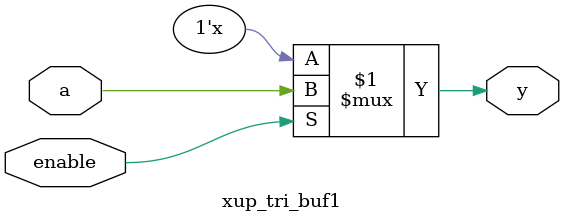
<source format=v>
`timescale 1ns / 1ps
module xup_tri_buf1 #(parameter DELAY = 3)(
    input a,
    input enable,
    output y
    );
    
    bufif1 #DELAY (y,a,enable);
    
endmodule
</source>
